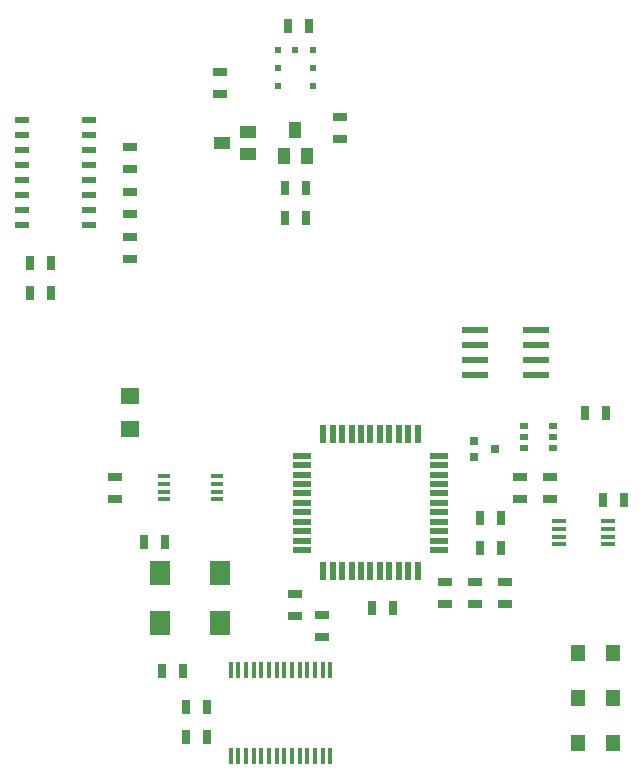
<source format=gtp>
G75*
G70*
%OFA0B0*%
%FSLAX24Y24*%
%IPPOS*%
%LPD*%
%AMOC8*
5,1,8,0,0,1.08239X$1,22.5*
%
%ADD10R,0.0276X0.0276*%
%ADD11R,0.0315X0.0472*%
%ADD12R,0.0315X0.0217*%
%ADD13R,0.0472X0.0315*%
%ADD14R,0.0472X0.0236*%
%ADD15R,0.0591X0.0197*%
%ADD16R,0.0197X0.0591*%
%ADD17R,0.0137X0.0550*%
%ADD18R,0.0630X0.0551*%
%ADD19R,0.0709X0.0787*%
%ADD20R,0.0394X0.0157*%
%ADD21R,0.0472X0.0118*%
%ADD22R,0.0197X0.0236*%
%ADD23R,0.0236X0.0197*%
%ADD24R,0.0870X0.0240*%
%ADD25R,0.0394X0.0551*%
%ADD26R,0.0551X0.0394*%
%ADD27R,0.0472X0.0551*%
D10*
X027391Y012105D03*
X027391Y012617D03*
X028119Y012361D03*
D11*
X028309Y010061D03*
X027601Y010061D03*
X027601Y009061D03*
X028309Y009061D03*
X031701Y010661D03*
X032409Y010661D03*
X031809Y013561D03*
X031101Y013561D03*
X024709Y007061D03*
X024001Y007061D03*
X018509Y003761D03*
X017801Y003761D03*
X017801Y002761D03*
X018509Y002761D03*
X017709Y004961D03*
X017001Y004961D03*
X017109Y009261D03*
X016401Y009261D03*
X013309Y017561D03*
X012601Y017561D03*
X012601Y018561D03*
X013309Y018561D03*
X021101Y020061D03*
X021809Y020061D03*
X021809Y021061D03*
X021101Y021061D03*
X021201Y026461D03*
X021909Y026461D03*
D12*
X029083Y013135D03*
X029083Y012761D03*
X029083Y012387D03*
X030027Y012387D03*
X030027Y012761D03*
X030027Y013135D03*
D13*
X015455Y010707D03*
X015455Y011416D03*
X021455Y007516D03*
X021455Y006807D03*
X022355Y006816D03*
X022355Y006107D03*
X026455Y007207D03*
X026455Y007916D03*
X027455Y007916D03*
X027455Y007207D03*
X028455Y007207D03*
X028455Y007916D03*
X028955Y010707D03*
X028955Y011416D03*
X029955Y011416D03*
X029955Y010707D03*
X015955Y018707D03*
X015955Y019416D03*
X015955Y020207D03*
X015955Y020916D03*
X015955Y021707D03*
X015955Y022416D03*
X018955Y024207D03*
X018955Y024916D03*
X022955Y023416D03*
X022955Y022707D03*
D14*
X014557Y022811D03*
X014557Y022311D03*
X014557Y021811D03*
X014557Y021311D03*
X014557Y020811D03*
X014557Y020311D03*
X014557Y019811D03*
X012353Y019811D03*
X012353Y020311D03*
X012353Y020811D03*
X012353Y021311D03*
X012353Y021811D03*
X012353Y022311D03*
X012353Y022811D03*
X012353Y023311D03*
X014557Y023311D03*
D15*
X021672Y012136D03*
X021672Y011821D03*
X021672Y011506D03*
X021672Y011191D03*
X021672Y010876D03*
X021672Y010561D03*
X021672Y010246D03*
X021672Y009931D03*
X021672Y009616D03*
X021672Y009301D03*
X021672Y008986D03*
X026238Y008986D03*
X026238Y009301D03*
X026238Y009616D03*
X026238Y009931D03*
X026238Y010246D03*
X026238Y010561D03*
X026238Y010876D03*
X026238Y011191D03*
X026238Y011506D03*
X026238Y011821D03*
X026238Y012136D03*
D16*
X025530Y012845D03*
X025215Y012845D03*
X024900Y012845D03*
X024585Y012845D03*
X024270Y012845D03*
X023955Y012845D03*
X023640Y012845D03*
X023325Y012845D03*
X023010Y012845D03*
X022695Y012845D03*
X022380Y012845D03*
X022380Y008278D03*
X022695Y008278D03*
X023010Y008278D03*
X023325Y008278D03*
X023640Y008278D03*
X023955Y008278D03*
X024270Y008278D03*
X024585Y008278D03*
X024900Y008278D03*
X025215Y008278D03*
X025530Y008278D03*
D17*
X022618Y005001D03*
X022362Y005001D03*
X022107Y005001D03*
X021851Y005001D03*
X021595Y005001D03*
X021339Y005001D03*
X021083Y005001D03*
X020827Y005001D03*
X020571Y005001D03*
X020315Y005001D03*
X020059Y005001D03*
X019803Y005001D03*
X019548Y005001D03*
X019292Y005001D03*
X019292Y002122D03*
X019548Y002122D03*
X019803Y002122D03*
X020059Y002122D03*
X020315Y002122D03*
X020571Y002122D03*
X020827Y002122D03*
X021083Y002122D03*
X021339Y002122D03*
X021595Y002122D03*
X021851Y002122D03*
X022107Y002122D03*
X022362Y002122D03*
X022618Y002122D03*
D18*
X015955Y013010D03*
X015955Y014112D03*
D19*
X016955Y008215D03*
X016955Y006561D03*
X018955Y006561D03*
X018955Y008215D03*
D20*
X018846Y010678D03*
X018846Y010934D03*
X018846Y011190D03*
X018846Y011446D03*
X017064Y011446D03*
X017064Y011190D03*
X017064Y010934D03*
X017064Y010678D03*
D21*
X030223Y009946D03*
X030223Y009690D03*
X030223Y009434D03*
X030223Y009178D03*
X031886Y009178D03*
X031886Y009434D03*
X031886Y009690D03*
X031886Y009946D03*
D22*
X022026Y024471D03*
X022026Y025061D03*
X022026Y025652D03*
X020884Y025652D03*
X020884Y025061D03*
X020884Y024471D03*
D23*
X021455Y025652D03*
D24*
X027425Y016311D03*
X027425Y015811D03*
X027425Y015311D03*
X027425Y014811D03*
X029485Y014811D03*
X029485Y015311D03*
X029485Y015811D03*
X029485Y016311D03*
D25*
X021829Y022128D03*
X021081Y022128D03*
X021455Y022994D03*
D26*
X019888Y022935D03*
X019888Y022187D03*
X019022Y022561D03*
D27*
X030864Y005561D03*
X032046Y005561D03*
X032046Y004061D03*
X030864Y004061D03*
X030864Y002561D03*
X032046Y002561D03*
M02*

</source>
